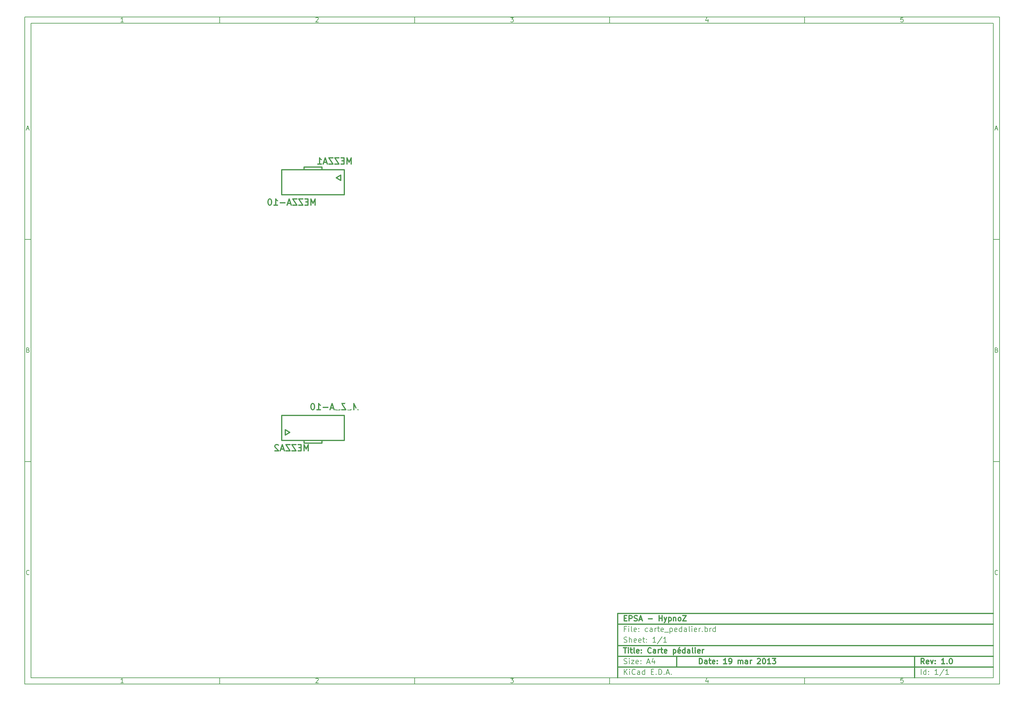
<source format=gbo>
G04 (created by PCBNEW-RS274X (2012-01-19 BZR 3256)-stable) date 19/03/2013 14:37:20*
G01*
G70*
G90*
%MOIN*%
G04 Gerber Fmt 3.4, Leading zero omitted, Abs format*
%FSLAX34Y34*%
G04 APERTURE LIST*
%ADD10C,0.006000*%
%ADD11C,0.012000*%
%ADD12C,0.014000*%
%ADD13C,0.235000*%
%ADD14R,0.105000X0.105000*%
%ADD15C,0.105000*%
%ADD16C,0.095000*%
%ADD17R,0.095000X0.095000*%
%ADD18C,0.090000*%
%ADD19R,0.110000X0.082000*%
%ADD20O,0.110000X0.082000*%
%ADD21C,0.270000*%
G04 APERTURE END LIST*
G54D10*
X04000Y-04000D02*
X113000Y-04000D01*
X113000Y-78670D01*
X04000Y-78670D01*
X04000Y-04000D01*
X04700Y-04700D02*
X112300Y-04700D01*
X112300Y-77970D01*
X04700Y-77970D01*
X04700Y-04700D01*
X25800Y-04000D02*
X25800Y-04700D01*
X15043Y-04552D02*
X14757Y-04552D01*
X14900Y-04552D02*
X14900Y-04052D01*
X14852Y-04124D01*
X14805Y-04171D01*
X14757Y-04195D01*
X25800Y-78670D02*
X25800Y-77970D01*
X15043Y-78522D02*
X14757Y-78522D01*
X14900Y-78522D02*
X14900Y-78022D01*
X14852Y-78094D01*
X14805Y-78141D01*
X14757Y-78165D01*
X47600Y-04000D02*
X47600Y-04700D01*
X36557Y-04100D02*
X36581Y-04076D01*
X36629Y-04052D01*
X36748Y-04052D01*
X36795Y-04076D01*
X36819Y-04100D01*
X36843Y-04148D01*
X36843Y-04195D01*
X36819Y-04267D01*
X36533Y-04552D01*
X36843Y-04552D01*
X47600Y-78670D02*
X47600Y-77970D01*
X36557Y-78070D02*
X36581Y-78046D01*
X36629Y-78022D01*
X36748Y-78022D01*
X36795Y-78046D01*
X36819Y-78070D01*
X36843Y-78118D01*
X36843Y-78165D01*
X36819Y-78237D01*
X36533Y-78522D01*
X36843Y-78522D01*
X69400Y-04000D02*
X69400Y-04700D01*
X58333Y-04052D02*
X58643Y-04052D01*
X58476Y-04243D01*
X58548Y-04243D01*
X58595Y-04267D01*
X58619Y-04290D01*
X58643Y-04338D01*
X58643Y-04457D01*
X58619Y-04505D01*
X58595Y-04529D01*
X58548Y-04552D01*
X58405Y-04552D01*
X58357Y-04529D01*
X58333Y-04505D01*
X69400Y-78670D02*
X69400Y-77970D01*
X58333Y-78022D02*
X58643Y-78022D01*
X58476Y-78213D01*
X58548Y-78213D01*
X58595Y-78237D01*
X58619Y-78260D01*
X58643Y-78308D01*
X58643Y-78427D01*
X58619Y-78475D01*
X58595Y-78499D01*
X58548Y-78522D01*
X58405Y-78522D01*
X58357Y-78499D01*
X58333Y-78475D01*
X91200Y-04000D02*
X91200Y-04700D01*
X80395Y-04219D02*
X80395Y-04552D01*
X80276Y-04029D02*
X80157Y-04386D01*
X80467Y-04386D01*
X91200Y-78670D02*
X91200Y-77970D01*
X80395Y-78189D02*
X80395Y-78522D01*
X80276Y-77999D02*
X80157Y-78356D01*
X80467Y-78356D01*
X102219Y-04052D02*
X101981Y-04052D01*
X101957Y-04290D01*
X101981Y-04267D01*
X102029Y-04243D01*
X102148Y-04243D01*
X102195Y-04267D01*
X102219Y-04290D01*
X102243Y-04338D01*
X102243Y-04457D01*
X102219Y-04505D01*
X102195Y-04529D01*
X102148Y-04552D01*
X102029Y-04552D01*
X101981Y-04529D01*
X101957Y-04505D01*
X102219Y-78022D02*
X101981Y-78022D01*
X101957Y-78260D01*
X101981Y-78237D01*
X102029Y-78213D01*
X102148Y-78213D01*
X102195Y-78237D01*
X102219Y-78260D01*
X102243Y-78308D01*
X102243Y-78427D01*
X102219Y-78475D01*
X102195Y-78499D01*
X102148Y-78522D01*
X102029Y-78522D01*
X101981Y-78499D01*
X101957Y-78475D01*
X04000Y-28890D02*
X04700Y-28890D01*
X04231Y-16510D02*
X04469Y-16510D01*
X04184Y-16652D02*
X04350Y-16152D01*
X04517Y-16652D01*
X113000Y-28890D02*
X112300Y-28890D01*
X112531Y-16510D02*
X112769Y-16510D01*
X112484Y-16652D02*
X112650Y-16152D01*
X112817Y-16652D01*
X04000Y-53780D02*
X04700Y-53780D01*
X04386Y-41280D02*
X04457Y-41304D01*
X04481Y-41328D01*
X04505Y-41376D01*
X04505Y-41447D01*
X04481Y-41495D01*
X04457Y-41519D01*
X04410Y-41542D01*
X04219Y-41542D01*
X04219Y-41042D01*
X04386Y-41042D01*
X04433Y-41066D01*
X04457Y-41090D01*
X04481Y-41138D01*
X04481Y-41185D01*
X04457Y-41233D01*
X04433Y-41257D01*
X04386Y-41280D01*
X04219Y-41280D01*
X113000Y-53780D02*
X112300Y-53780D01*
X112686Y-41280D02*
X112757Y-41304D01*
X112781Y-41328D01*
X112805Y-41376D01*
X112805Y-41447D01*
X112781Y-41495D01*
X112757Y-41519D01*
X112710Y-41542D01*
X112519Y-41542D01*
X112519Y-41042D01*
X112686Y-41042D01*
X112733Y-41066D01*
X112757Y-41090D01*
X112781Y-41138D01*
X112781Y-41185D01*
X112757Y-41233D01*
X112733Y-41257D01*
X112686Y-41280D01*
X112519Y-41280D01*
X04505Y-66385D02*
X04481Y-66409D01*
X04410Y-66432D01*
X04362Y-66432D01*
X04290Y-66409D01*
X04243Y-66361D01*
X04219Y-66313D01*
X04195Y-66218D01*
X04195Y-66147D01*
X04219Y-66051D01*
X04243Y-66004D01*
X04290Y-65956D01*
X04362Y-65932D01*
X04410Y-65932D01*
X04481Y-65956D01*
X04505Y-65980D01*
X112805Y-66385D02*
X112781Y-66409D01*
X112710Y-66432D01*
X112662Y-66432D01*
X112590Y-66409D01*
X112543Y-66361D01*
X112519Y-66313D01*
X112495Y-66218D01*
X112495Y-66147D01*
X112519Y-66051D01*
X112543Y-66004D01*
X112590Y-65956D01*
X112662Y-65932D01*
X112710Y-65932D01*
X112781Y-65956D01*
X112805Y-65980D01*
G54D11*
X79443Y-76413D02*
X79443Y-75813D01*
X79586Y-75813D01*
X79671Y-75841D01*
X79729Y-75899D01*
X79757Y-75956D01*
X79786Y-76070D01*
X79786Y-76156D01*
X79757Y-76270D01*
X79729Y-76327D01*
X79671Y-76384D01*
X79586Y-76413D01*
X79443Y-76413D01*
X80300Y-76413D02*
X80300Y-76099D01*
X80271Y-76041D01*
X80214Y-76013D01*
X80100Y-76013D01*
X80043Y-76041D01*
X80300Y-76384D02*
X80243Y-76413D01*
X80100Y-76413D01*
X80043Y-76384D01*
X80014Y-76327D01*
X80014Y-76270D01*
X80043Y-76213D01*
X80100Y-76184D01*
X80243Y-76184D01*
X80300Y-76156D01*
X80500Y-76013D02*
X80729Y-76013D01*
X80586Y-75813D02*
X80586Y-76327D01*
X80614Y-76384D01*
X80672Y-76413D01*
X80729Y-76413D01*
X81157Y-76384D02*
X81100Y-76413D01*
X80986Y-76413D01*
X80929Y-76384D01*
X80900Y-76327D01*
X80900Y-76099D01*
X80929Y-76041D01*
X80986Y-76013D01*
X81100Y-76013D01*
X81157Y-76041D01*
X81186Y-76099D01*
X81186Y-76156D01*
X80900Y-76213D01*
X81443Y-76356D02*
X81471Y-76384D01*
X81443Y-76413D01*
X81414Y-76384D01*
X81443Y-76356D01*
X81443Y-76413D01*
X81443Y-76041D02*
X81471Y-76070D01*
X81443Y-76099D01*
X81414Y-76070D01*
X81443Y-76041D01*
X81443Y-76099D01*
X82500Y-76413D02*
X82157Y-76413D01*
X82329Y-76413D02*
X82329Y-75813D01*
X82272Y-75899D01*
X82214Y-75956D01*
X82157Y-75984D01*
X82785Y-76413D02*
X82900Y-76413D01*
X82957Y-76384D01*
X82985Y-76356D01*
X83043Y-76270D01*
X83071Y-76156D01*
X83071Y-75927D01*
X83043Y-75870D01*
X83014Y-75841D01*
X82957Y-75813D01*
X82843Y-75813D01*
X82785Y-75841D01*
X82757Y-75870D01*
X82728Y-75927D01*
X82728Y-76070D01*
X82757Y-76127D01*
X82785Y-76156D01*
X82843Y-76184D01*
X82957Y-76184D01*
X83014Y-76156D01*
X83043Y-76127D01*
X83071Y-76070D01*
X83785Y-76413D02*
X83785Y-76013D01*
X83785Y-76070D02*
X83813Y-76041D01*
X83871Y-76013D01*
X83956Y-76013D01*
X84013Y-76041D01*
X84042Y-76099D01*
X84042Y-76413D01*
X84042Y-76099D02*
X84071Y-76041D01*
X84128Y-76013D01*
X84213Y-76013D01*
X84271Y-76041D01*
X84299Y-76099D01*
X84299Y-76413D01*
X84842Y-76413D02*
X84842Y-76099D01*
X84813Y-76041D01*
X84756Y-76013D01*
X84642Y-76013D01*
X84585Y-76041D01*
X84842Y-76384D02*
X84785Y-76413D01*
X84642Y-76413D01*
X84585Y-76384D01*
X84556Y-76327D01*
X84556Y-76270D01*
X84585Y-76213D01*
X84642Y-76184D01*
X84785Y-76184D01*
X84842Y-76156D01*
X85128Y-76413D02*
X85128Y-76013D01*
X85128Y-76127D02*
X85156Y-76070D01*
X85185Y-76041D01*
X85242Y-76013D01*
X85299Y-76013D01*
X85927Y-75870D02*
X85956Y-75841D01*
X86013Y-75813D01*
X86156Y-75813D01*
X86213Y-75841D01*
X86242Y-75870D01*
X86270Y-75927D01*
X86270Y-75984D01*
X86242Y-76070D01*
X85899Y-76413D01*
X86270Y-76413D01*
X86641Y-75813D02*
X86698Y-75813D01*
X86755Y-75841D01*
X86784Y-75870D01*
X86813Y-75927D01*
X86841Y-76041D01*
X86841Y-76184D01*
X86813Y-76299D01*
X86784Y-76356D01*
X86755Y-76384D01*
X86698Y-76413D01*
X86641Y-76413D01*
X86584Y-76384D01*
X86555Y-76356D01*
X86527Y-76299D01*
X86498Y-76184D01*
X86498Y-76041D01*
X86527Y-75927D01*
X86555Y-75870D01*
X86584Y-75841D01*
X86641Y-75813D01*
X87412Y-76413D02*
X87069Y-76413D01*
X87241Y-76413D02*
X87241Y-75813D01*
X87184Y-75899D01*
X87126Y-75956D01*
X87069Y-75984D01*
X87612Y-75813D02*
X87983Y-75813D01*
X87783Y-76041D01*
X87869Y-76041D01*
X87926Y-76070D01*
X87955Y-76099D01*
X87983Y-76156D01*
X87983Y-76299D01*
X87955Y-76356D01*
X87926Y-76384D01*
X87869Y-76413D01*
X87697Y-76413D01*
X87640Y-76384D01*
X87612Y-76356D01*
G54D10*
X71043Y-77613D02*
X71043Y-77013D01*
X71386Y-77613D02*
X71129Y-77270D01*
X71386Y-77013D02*
X71043Y-77356D01*
X71643Y-77613D02*
X71643Y-77213D01*
X71643Y-77013D02*
X71614Y-77041D01*
X71643Y-77070D01*
X71671Y-77041D01*
X71643Y-77013D01*
X71643Y-77070D01*
X72272Y-77556D02*
X72243Y-77584D01*
X72157Y-77613D01*
X72100Y-77613D01*
X72015Y-77584D01*
X71957Y-77527D01*
X71929Y-77470D01*
X71900Y-77356D01*
X71900Y-77270D01*
X71929Y-77156D01*
X71957Y-77099D01*
X72015Y-77041D01*
X72100Y-77013D01*
X72157Y-77013D01*
X72243Y-77041D01*
X72272Y-77070D01*
X72786Y-77613D02*
X72786Y-77299D01*
X72757Y-77241D01*
X72700Y-77213D01*
X72586Y-77213D01*
X72529Y-77241D01*
X72786Y-77584D02*
X72729Y-77613D01*
X72586Y-77613D01*
X72529Y-77584D01*
X72500Y-77527D01*
X72500Y-77470D01*
X72529Y-77413D01*
X72586Y-77384D01*
X72729Y-77384D01*
X72786Y-77356D01*
X73329Y-77613D02*
X73329Y-77013D01*
X73329Y-77584D02*
X73272Y-77613D01*
X73158Y-77613D01*
X73100Y-77584D01*
X73072Y-77556D01*
X73043Y-77499D01*
X73043Y-77327D01*
X73072Y-77270D01*
X73100Y-77241D01*
X73158Y-77213D01*
X73272Y-77213D01*
X73329Y-77241D01*
X74072Y-77299D02*
X74272Y-77299D01*
X74358Y-77613D02*
X74072Y-77613D01*
X74072Y-77013D01*
X74358Y-77013D01*
X74615Y-77556D02*
X74643Y-77584D01*
X74615Y-77613D01*
X74586Y-77584D01*
X74615Y-77556D01*
X74615Y-77613D01*
X74901Y-77613D02*
X74901Y-77013D01*
X75044Y-77013D01*
X75129Y-77041D01*
X75187Y-77099D01*
X75215Y-77156D01*
X75244Y-77270D01*
X75244Y-77356D01*
X75215Y-77470D01*
X75187Y-77527D01*
X75129Y-77584D01*
X75044Y-77613D01*
X74901Y-77613D01*
X75501Y-77556D02*
X75529Y-77584D01*
X75501Y-77613D01*
X75472Y-77584D01*
X75501Y-77556D01*
X75501Y-77613D01*
X75758Y-77441D02*
X76044Y-77441D01*
X75701Y-77613D02*
X75901Y-77013D01*
X76101Y-77613D01*
X76301Y-77556D02*
X76329Y-77584D01*
X76301Y-77613D01*
X76272Y-77584D01*
X76301Y-77556D01*
X76301Y-77613D01*
G54D11*
X104586Y-76413D02*
X104386Y-76127D01*
X104243Y-76413D02*
X104243Y-75813D01*
X104471Y-75813D01*
X104529Y-75841D01*
X104557Y-75870D01*
X104586Y-75927D01*
X104586Y-76013D01*
X104557Y-76070D01*
X104529Y-76099D01*
X104471Y-76127D01*
X104243Y-76127D01*
X105071Y-76384D02*
X105014Y-76413D01*
X104900Y-76413D01*
X104843Y-76384D01*
X104814Y-76327D01*
X104814Y-76099D01*
X104843Y-76041D01*
X104900Y-76013D01*
X105014Y-76013D01*
X105071Y-76041D01*
X105100Y-76099D01*
X105100Y-76156D01*
X104814Y-76213D01*
X105300Y-76013D02*
X105443Y-76413D01*
X105585Y-76013D01*
X105814Y-76356D02*
X105842Y-76384D01*
X105814Y-76413D01*
X105785Y-76384D01*
X105814Y-76356D01*
X105814Y-76413D01*
X105814Y-76041D02*
X105842Y-76070D01*
X105814Y-76099D01*
X105785Y-76070D01*
X105814Y-76041D01*
X105814Y-76099D01*
X106871Y-76413D02*
X106528Y-76413D01*
X106700Y-76413D02*
X106700Y-75813D01*
X106643Y-75899D01*
X106585Y-75956D01*
X106528Y-75984D01*
X107128Y-76356D02*
X107156Y-76384D01*
X107128Y-76413D01*
X107099Y-76384D01*
X107128Y-76356D01*
X107128Y-76413D01*
X107528Y-75813D02*
X107585Y-75813D01*
X107642Y-75841D01*
X107671Y-75870D01*
X107700Y-75927D01*
X107728Y-76041D01*
X107728Y-76184D01*
X107700Y-76299D01*
X107671Y-76356D01*
X107642Y-76384D01*
X107585Y-76413D01*
X107528Y-76413D01*
X107471Y-76384D01*
X107442Y-76356D01*
X107414Y-76299D01*
X107385Y-76184D01*
X107385Y-76041D01*
X107414Y-75927D01*
X107442Y-75870D01*
X107471Y-75841D01*
X107528Y-75813D01*
G54D10*
X71014Y-76384D02*
X71100Y-76413D01*
X71243Y-76413D01*
X71300Y-76384D01*
X71329Y-76356D01*
X71357Y-76299D01*
X71357Y-76241D01*
X71329Y-76184D01*
X71300Y-76156D01*
X71243Y-76127D01*
X71129Y-76099D01*
X71071Y-76070D01*
X71043Y-76041D01*
X71014Y-75984D01*
X71014Y-75927D01*
X71043Y-75870D01*
X71071Y-75841D01*
X71129Y-75813D01*
X71271Y-75813D01*
X71357Y-75841D01*
X71614Y-76413D02*
X71614Y-76013D01*
X71614Y-75813D02*
X71585Y-75841D01*
X71614Y-75870D01*
X71642Y-75841D01*
X71614Y-75813D01*
X71614Y-75870D01*
X71843Y-76013D02*
X72157Y-76013D01*
X71843Y-76413D01*
X72157Y-76413D01*
X72614Y-76384D02*
X72557Y-76413D01*
X72443Y-76413D01*
X72386Y-76384D01*
X72357Y-76327D01*
X72357Y-76099D01*
X72386Y-76041D01*
X72443Y-76013D01*
X72557Y-76013D01*
X72614Y-76041D01*
X72643Y-76099D01*
X72643Y-76156D01*
X72357Y-76213D01*
X72900Y-76356D02*
X72928Y-76384D01*
X72900Y-76413D01*
X72871Y-76384D01*
X72900Y-76356D01*
X72900Y-76413D01*
X72900Y-76041D02*
X72928Y-76070D01*
X72900Y-76099D01*
X72871Y-76070D01*
X72900Y-76041D01*
X72900Y-76099D01*
X73614Y-76241D02*
X73900Y-76241D01*
X73557Y-76413D02*
X73757Y-75813D01*
X73957Y-76413D01*
X74414Y-76013D02*
X74414Y-76413D01*
X74271Y-75784D02*
X74128Y-76213D01*
X74500Y-76213D01*
X104243Y-77613D02*
X104243Y-77013D01*
X104786Y-77613D02*
X104786Y-77013D01*
X104786Y-77584D02*
X104729Y-77613D01*
X104615Y-77613D01*
X104557Y-77584D01*
X104529Y-77556D01*
X104500Y-77499D01*
X104500Y-77327D01*
X104529Y-77270D01*
X104557Y-77241D01*
X104615Y-77213D01*
X104729Y-77213D01*
X104786Y-77241D01*
X105072Y-77556D02*
X105100Y-77584D01*
X105072Y-77613D01*
X105043Y-77584D01*
X105072Y-77556D01*
X105072Y-77613D01*
X105072Y-77241D02*
X105100Y-77270D01*
X105072Y-77299D01*
X105043Y-77270D01*
X105072Y-77241D01*
X105072Y-77299D01*
X106129Y-77613D02*
X105786Y-77613D01*
X105958Y-77613D02*
X105958Y-77013D01*
X105901Y-77099D01*
X105843Y-77156D01*
X105786Y-77184D01*
X106814Y-76984D02*
X106300Y-77756D01*
X107329Y-77613D02*
X106986Y-77613D01*
X107158Y-77613D02*
X107158Y-77013D01*
X107101Y-77099D01*
X107043Y-77156D01*
X106986Y-77184D01*
G54D11*
X70957Y-74613D02*
X71300Y-74613D01*
X71129Y-75213D02*
X71129Y-74613D01*
X71500Y-75213D02*
X71500Y-74813D01*
X71500Y-74613D02*
X71471Y-74641D01*
X71500Y-74670D01*
X71528Y-74641D01*
X71500Y-74613D01*
X71500Y-74670D01*
X71700Y-74813D02*
X71929Y-74813D01*
X71786Y-74613D02*
X71786Y-75127D01*
X71814Y-75184D01*
X71872Y-75213D01*
X71929Y-75213D01*
X72215Y-75213D02*
X72157Y-75184D01*
X72129Y-75127D01*
X72129Y-74613D01*
X72671Y-75184D02*
X72614Y-75213D01*
X72500Y-75213D01*
X72443Y-75184D01*
X72414Y-75127D01*
X72414Y-74899D01*
X72443Y-74841D01*
X72500Y-74813D01*
X72614Y-74813D01*
X72671Y-74841D01*
X72700Y-74899D01*
X72700Y-74956D01*
X72414Y-75013D01*
X72957Y-75156D02*
X72985Y-75184D01*
X72957Y-75213D01*
X72928Y-75184D01*
X72957Y-75156D01*
X72957Y-75213D01*
X72957Y-74841D02*
X72985Y-74870D01*
X72957Y-74899D01*
X72928Y-74870D01*
X72957Y-74841D01*
X72957Y-74899D01*
X74043Y-75156D02*
X74014Y-75184D01*
X73928Y-75213D01*
X73871Y-75213D01*
X73786Y-75184D01*
X73728Y-75127D01*
X73700Y-75070D01*
X73671Y-74956D01*
X73671Y-74870D01*
X73700Y-74756D01*
X73728Y-74699D01*
X73786Y-74641D01*
X73871Y-74613D01*
X73928Y-74613D01*
X74014Y-74641D01*
X74043Y-74670D01*
X74557Y-75213D02*
X74557Y-74899D01*
X74528Y-74841D01*
X74471Y-74813D01*
X74357Y-74813D01*
X74300Y-74841D01*
X74557Y-75184D02*
X74500Y-75213D01*
X74357Y-75213D01*
X74300Y-75184D01*
X74271Y-75127D01*
X74271Y-75070D01*
X74300Y-75013D01*
X74357Y-74984D01*
X74500Y-74984D01*
X74557Y-74956D01*
X74843Y-75213D02*
X74843Y-74813D01*
X74843Y-74927D02*
X74871Y-74870D01*
X74900Y-74841D01*
X74957Y-74813D01*
X75014Y-74813D01*
X75128Y-74813D02*
X75357Y-74813D01*
X75214Y-74613D02*
X75214Y-75127D01*
X75242Y-75184D01*
X75300Y-75213D01*
X75357Y-75213D01*
X75785Y-75184D02*
X75728Y-75213D01*
X75614Y-75213D01*
X75557Y-75184D01*
X75528Y-75127D01*
X75528Y-74899D01*
X75557Y-74841D01*
X75614Y-74813D01*
X75728Y-74813D01*
X75785Y-74841D01*
X75814Y-74899D01*
X75814Y-74956D01*
X75528Y-75013D01*
X76528Y-74813D02*
X76528Y-75413D01*
X76528Y-74841D02*
X76585Y-74813D01*
X76699Y-74813D01*
X76756Y-74841D01*
X76785Y-74870D01*
X76814Y-74927D01*
X76814Y-75099D01*
X76785Y-75156D01*
X76756Y-75184D01*
X76699Y-75213D01*
X76585Y-75213D01*
X76528Y-75184D01*
X77299Y-75184D02*
X77242Y-75213D01*
X77128Y-75213D01*
X77071Y-75184D01*
X77042Y-75127D01*
X77042Y-74899D01*
X77071Y-74841D01*
X77128Y-74813D01*
X77242Y-74813D01*
X77299Y-74841D01*
X77328Y-74899D01*
X77328Y-74956D01*
X77042Y-75013D01*
X77242Y-74584D02*
X77157Y-74670D01*
X77842Y-75213D02*
X77842Y-74613D01*
X77842Y-75184D02*
X77785Y-75213D01*
X77671Y-75213D01*
X77613Y-75184D01*
X77585Y-75156D01*
X77556Y-75099D01*
X77556Y-74927D01*
X77585Y-74870D01*
X77613Y-74841D01*
X77671Y-74813D01*
X77785Y-74813D01*
X77842Y-74841D01*
X78385Y-75213D02*
X78385Y-74899D01*
X78356Y-74841D01*
X78299Y-74813D01*
X78185Y-74813D01*
X78128Y-74841D01*
X78385Y-75184D02*
X78328Y-75213D01*
X78185Y-75213D01*
X78128Y-75184D01*
X78099Y-75127D01*
X78099Y-75070D01*
X78128Y-75013D01*
X78185Y-74984D01*
X78328Y-74984D01*
X78385Y-74956D01*
X78757Y-75213D02*
X78699Y-75184D01*
X78671Y-75127D01*
X78671Y-74613D01*
X78985Y-75213D02*
X78985Y-74813D01*
X78985Y-74613D02*
X78956Y-74641D01*
X78985Y-74670D01*
X79013Y-74641D01*
X78985Y-74613D01*
X78985Y-74670D01*
X79499Y-75184D02*
X79442Y-75213D01*
X79328Y-75213D01*
X79271Y-75184D01*
X79242Y-75127D01*
X79242Y-74899D01*
X79271Y-74841D01*
X79328Y-74813D01*
X79442Y-74813D01*
X79499Y-74841D01*
X79528Y-74899D01*
X79528Y-74956D01*
X79242Y-75013D01*
X79785Y-75213D02*
X79785Y-74813D01*
X79785Y-74927D02*
X79813Y-74870D01*
X79842Y-74841D01*
X79899Y-74813D01*
X79956Y-74813D01*
G54D10*
X71243Y-72499D02*
X71043Y-72499D01*
X71043Y-72813D02*
X71043Y-72213D01*
X71329Y-72213D01*
X71557Y-72813D02*
X71557Y-72413D01*
X71557Y-72213D02*
X71528Y-72241D01*
X71557Y-72270D01*
X71585Y-72241D01*
X71557Y-72213D01*
X71557Y-72270D01*
X71929Y-72813D02*
X71871Y-72784D01*
X71843Y-72727D01*
X71843Y-72213D01*
X72385Y-72784D02*
X72328Y-72813D01*
X72214Y-72813D01*
X72157Y-72784D01*
X72128Y-72727D01*
X72128Y-72499D01*
X72157Y-72441D01*
X72214Y-72413D01*
X72328Y-72413D01*
X72385Y-72441D01*
X72414Y-72499D01*
X72414Y-72556D01*
X72128Y-72613D01*
X72671Y-72756D02*
X72699Y-72784D01*
X72671Y-72813D01*
X72642Y-72784D01*
X72671Y-72756D01*
X72671Y-72813D01*
X72671Y-72441D02*
X72699Y-72470D01*
X72671Y-72499D01*
X72642Y-72470D01*
X72671Y-72441D01*
X72671Y-72499D01*
X73671Y-72784D02*
X73614Y-72813D01*
X73500Y-72813D01*
X73442Y-72784D01*
X73414Y-72756D01*
X73385Y-72699D01*
X73385Y-72527D01*
X73414Y-72470D01*
X73442Y-72441D01*
X73500Y-72413D01*
X73614Y-72413D01*
X73671Y-72441D01*
X74185Y-72813D02*
X74185Y-72499D01*
X74156Y-72441D01*
X74099Y-72413D01*
X73985Y-72413D01*
X73928Y-72441D01*
X74185Y-72784D02*
X74128Y-72813D01*
X73985Y-72813D01*
X73928Y-72784D01*
X73899Y-72727D01*
X73899Y-72670D01*
X73928Y-72613D01*
X73985Y-72584D01*
X74128Y-72584D01*
X74185Y-72556D01*
X74471Y-72813D02*
X74471Y-72413D01*
X74471Y-72527D02*
X74499Y-72470D01*
X74528Y-72441D01*
X74585Y-72413D01*
X74642Y-72413D01*
X74756Y-72413D02*
X74985Y-72413D01*
X74842Y-72213D02*
X74842Y-72727D01*
X74870Y-72784D01*
X74928Y-72813D01*
X74985Y-72813D01*
X75413Y-72784D02*
X75356Y-72813D01*
X75242Y-72813D01*
X75185Y-72784D01*
X75156Y-72727D01*
X75156Y-72499D01*
X75185Y-72441D01*
X75242Y-72413D01*
X75356Y-72413D01*
X75413Y-72441D01*
X75442Y-72499D01*
X75442Y-72556D01*
X75156Y-72613D01*
X75556Y-72870D02*
X76013Y-72870D01*
X76156Y-72413D02*
X76156Y-73013D01*
X76156Y-72441D02*
X76213Y-72413D01*
X76327Y-72413D01*
X76384Y-72441D01*
X76413Y-72470D01*
X76442Y-72527D01*
X76442Y-72699D01*
X76413Y-72756D01*
X76384Y-72784D01*
X76327Y-72813D01*
X76213Y-72813D01*
X76156Y-72784D01*
X76927Y-72784D02*
X76870Y-72813D01*
X76756Y-72813D01*
X76699Y-72784D01*
X76670Y-72727D01*
X76670Y-72499D01*
X76699Y-72441D01*
X76756Y-72413D01*
X76870Y-72413D01*
X76927Y-72441D01*
X76956Y-72499D01*
X76956Y-72556D01*
X76670Y-72613D01*
X77470Y-72813D02*
X77470Y-72213D01*
X77470Y-72784D02*
X77413Y-72813D01*
X77299Y-72813D01*
X77241Y-72784D01*
X77213Y-72756D01*
X77184Y-72699D01*
X77184Y-72527D01*
X77213Y-72470D01*
X77241Y-72441D01*
X77299Y-72413D01*
X77413Y-72413D01*
X77470Y-72441D01*
X78013Y-72813D02*
X78013Y-72499D01*
X77984Y-72441D01*
X77927Y-72413D01*
X77813Y-72413D01*
X77756Y-72441D01*
X78013Y-72784D02*
X77956Y-72813D01*
X77813Y-72813D01*
X77756Y-72784D01*
X77727Y-72727D01*
X77727Y-72670D01*
X77756Y-72613D01*
X77813Y-72584D01*
X77956Y-72584D01*
X78013Y-72556D01*
X78385Y-72813D02*
X78327Y-72784D01*
X78299Y-72727D01*
X78299Y-72213D01*
X78613Y-72813D02*
X78613Y-72413D01*
X78613Y-72213D02*
X78584Y-72241D01*
X78613Y-72270D01*
X78641Y-72241D01*
X78613Y-72213D01*
X78613Y-72270D01*
X79127Y-72784D02*
X79070Y-72813D01*
X78956Y-72813D01*
X78899Y-72784D01*
X78870Y-72727D01*
X78870Y-72499D01*
X78899Y-72441D01*
X78956Y-72413D01*
X79070Y-72413D01*
X79127Y-72441D01*
X79156Y-72499D01*
X79156Y-72556D01*
X78870Y-72613D01*
X79413Y-72813D02*
X79413Y-72413D01*
X79413Y-72527D02*
X79441Y-72470D01*
X79470Y-72441D01*
X79527Y-72413D01*
X79584Y-72413D01*
X79784Y-72756D02*
X79812Y-72784D01*
X79784Y-72813D01*
X79755Y-72784D01*
X79784Y-72756D01*
X79784Y-72813D01*
X80070Y-72813D02*
X80070Y-72213D01*
X80070Y-72441D02*
X80127Y-72413D01*
X80241Y-72413D01*
X80298Y-72441D01*
X80327Y-72470D01*
X80356Y-72527D01*
X80356Y-72699D01*
X80327Y-72756D01*
X80298Y-72784D01*
X80241Y-72813D01*
X80127Y-72813D01*
X80070Y-72784D01*
X80613Y-72813D02*
X80613Y-72413D01*
X80613Y-72527D02*
X80641Y-72470D01*
X80670Y-72441D01*
X80727Y-72413D01*
X80784Y-72413D01*
X81241Y-72813D02*
X81241Y-72213D01*
X81241Y-72784D02*
X81184Y-72813D01*
X81070Y-72813D01*
X81012Y-72784D01*
X80984Y-72756D01*
X80955Y-72699D01*
X80955Y-72527D01*
X80984Y-72470D01*
X81012Y-72441D01*
X81070Y-72413D01*
X81184Y-72413D01*
X81241Y-72441D01*
X71014Y-73984D02*
X71100Y-74013D01*
X71243Y-74013D01*
X71300Y-73984D01*
X71329Y-73956D01*
X71357Y-73899D01*
X71357Y-73841D01*
X71329Y-73784D01*
X71300Y-73756D01*
X71243Y-73727D01*
X71129Y-73699D01*
X71071Y-73670D01*
X71043Y-73641D01*
X71014Y-73584D01*
X71014Y-73527D01*
X71043Y-73470D01*
X71071Y-73441D01*
X71129Y-73413D01*
X71271Y-73413D01*
X71357Y-73441D01*
X71614Y-74013D02*
X71614Y-73413D01*
X71871Y-74013D02*
X71871Y-73699D01*
X71842Y-73641D01*
X71785Y-73613D01*
X71700Y-73613D01*
X71642Y-73641D01*
X71614Y-73670D01*
X72385Y-73984D02*
X72328Y-74013D01*
X72214Y-74013D01*
X72157Y-73984D01*
X72128Y-73927D01*
X72128Y-73699D01*
X72157Y-73641D01*
X72214Y-73613D01*
X72328Y-73613D01*
X72385Y-73641D01*
X72414Y-73699D01*
X72414Y-73756D01*
X72128Y-73813D01*
X72899Y-73984D02*
X72842Y-74013D01*
X72728Y-74013D01*
X72671Y-73984D01*
X72642Y-73927D01*
X72642Y-73699D01*
X72671Y-73641D01*
X72728Y-73613D01*
X72842Y-73613D01*
X72899Y-73641D01*
X72928Y-73699D01*
X72928Y-73756D01*
X72642Y-73813D01*
X73099Y-73613D02*
X73328Y-73613D01*
X73185Y-73413D02*
X73185Y-73927D01*
X73213Y-73984D01*
X73271Y-74013D01*
X73328Y-74013D01*
X73528Y-73956D02*
X73556Y-73984D01*
X73528Y-74013D01*
X73499Y-73984D01*
X73528Y-73956D01*
X73528Y-74013D01*
X73528Y-73641D02*
X73556Y-73670D01*
X73528Y-73699D01*
X73499Y-73670D01*
X73528Y-73641D01*
X73528Y-73699D01*
X74585Y-74013D02*
X74242Y-74013D01*
X74414Y-74013D02*
X74414Y-73413D01*
X74357Y-73499D01*
X74299Y-73556D01*
X74242Y-73584D01*
X75270Y-73384D02*
X74756Y-74156D01*
X75785Y-74013D02*
X75442Y-74013D01*
X75614Y-74013D02*
X75614Y-73413D01*
X75557Y-73499D01*
X75499Y-73556D01*
X75442Y-73584D01*
G54D11*
X71043Y-71299D02*
X71243Y-71299D01*
X71329Y-71613D02*
X71043Y-71613D01*
X71043Y-71013D01*
X71329Y-71013D01*
X71586Y-71613D02*
X71586Y-71013D01*
X71814Y-71013D01*
X71872Y-71041D01*
X71900Y-71070D01*
X71929Y-71127D01*
X71929Y-71213D01*
X71900Y-71270D01*
X71872Y-71299D01*
X71814Y-71327D01*
X71586Y-71327D01*
X72157Y-71584D02*
X72243Y-71613D01*
X72386Y-71613D01*
X72443Y-71584D01*
X72472Y-71556D01*
X72500Y-71499D01*
X72500Y-71441D01*
X72472Y-71384D01*
X72443Y-71356D01*
X72386Y-71327D01*
X72272Y-71299D01*
X72214Y-71270D01*
X72186Y-71241D01*
X72157Y-71184D01*
X72157Y-71127D01*
X72186Y-71070D01*
X72214Y-71041D01*
X72272Y-71013D01*
X72414Y-71013D01*
X72500Y-71041D01*
X72728Y-71441D02*
X73014Y-71441D01*
X72671Y-71613D02*
X72871Y-71013D01*
X73071Y-71613D01*
X73728Y-71384D02*
X74185Y-71384D01*
X74928Y-71613D02*
X74928Y-71013D01*
X74928Y-71299D02*
X75271Y-71299D01*
X75271Y-71613D02*
X75271Y-71013D01*
X75500Y-71213D02*
X75643Y-71613D01*
X75785Y-71213D02*
X75643Y-71613D01*
X75585Y-71756D01*
X75557Y-71784D01*
X75500Y-71813D01*
X76014Y-71213D02*
X76014Y-71813D01*
X76014Y-71241D02*
X76071Y-71213D01*
X76185Y-71213D01*
X76242Y-71241D01*
X76271Y-71270D01*
X76300Y-71327D01*
X76300Y-71499D01*
X76271Y-71556D01*
X76242Y-71584D01*
X76185Y-71613D01*
X76071Y-71613D01*
X76014Y-71584D01*
X76557Y-71213D02*
X76557Y-71613D01*
X76557Y-71270D02*
X76585Y-71241D01*
X76643Y-71213D01*
X76728Y-71213D01*
X76785Y-71241D01*
X76814Y-71299D01*
X76814Y-71613D01*
X77186Y-71613D02*
X77128Y-71584D01*
X77100Y-71556D01*
X77071Y-71499D01*
X77071Y-71327D01*
X77100Y-71270D01*
X77128Y-71241D01*
X77186Y-71213D01*
X77271Y-71213D01*
X77328Y-71241D01*
X77357Y-71270D01*
X77386Y-71327D01*
X77386Y-71499D01*
X77357Y-71556D01*
X77328Y-71584D01*
X77271Y-71613D01*
X77186Y-71613D01*
X77586Y-71013D02*
X77986Y-71013D01*
X77586Y-71613D01*
X77986Y-71613D01*
X70300Y-70770D02*
X70300Y-77970D01*
X70300Y-71970D02*
X112300Y-71970D01*
X70300Y-70770D02*
X112300Y-70770D01*
X70300Y-74370D02*
X112300Y-74370D01*
X103500Y-75570D02*
X103500Y-77970D01*
X70300Y-76770D02*
X112300Y-76770D01*
X70300Y-75570D02*
X112300Y-75570D01*
X76900Y-75570D02*
X76900Y-76770D01*
G54D12*
X35250Y-51400D02*
X37250Y-51400D01*
X35250Y-51700D02*
X37250Y-51700D01*
X32750Y-51400D02*
X32750Y-48600D01*
X39750Y-51400D02*
X39750Y-48600D01*
X35250Y-51700D02*
X35250Y-51400D01*
X35250Y-51400D02*
X32750Y-51400D01*
X32750Y-48600D02*
X39750Y-48600D01*
X39750Y-51400D02*
X37250Y-51400D01*
X37250Y-51400D02*
X37250Y-51700D01*
X33650Y-50500D02*
X33150Y-50200D01*
X33150Y-50200D02*
X33150Y-50800D01*
X33150Y-50800D02*
X33650Y-50500D01*
X37250Y-21100D02*
X35250Y-21100D01*
X37250Y-20800D02*
X35250Y-20800D01*
X39750Y-21100D02*
X39750Y-23900D01*
X32750Y-21100D02*
X32750Y-23900D01*
X37250Y-20800D02*
X37250Y-21100D01*
X37250Y-21100D02*
X39750Y-21100D01*
X39750Y-23900D02*
X32750Y-23900D01*
X32750Y-21100D02*
X35250Y-21100D01*
X35250Y-21100D02*
X35250Y-20800D01*
X38850Y-22000D02*
X39350Y-22300D01*
X39350Y-22300D02*
X39350Y-21700D01*
X39350Y-21700D02*
X38850Y-22000D01*
G54D11*
X35700Y-52583D02*
X35700Y-51883D01*
X35467Y-52383D01*
X35234Y-51883D01*
X35234Y-52583D01*
X34900Y-52217D02*
X34667Y-52217D01*
X34567Y-52583D02*
X34900Y-52583D01*
X34900Y-51883D01*
X34567Y-51883D01*
X34334Y-51883D02*
X33867Y-51883D01*
X34334Y-52583D01*
X33867Y-52583D01*
X33667Y-51883D02*
X33200Y-51883D01*
X33667Y-52583D01*
X33200Y-52583D01*
X32967Y-52383D02*
X32633Y-52383D01*
X33033Y-52583D02*
X32800Y-51883D01*
X32567Y-52583D01*
X32367Y-51950D02*
X32333Y-51917D01*
X32267Y-51883D01*
X32100Y-51883D01*
X32033Y-51917D01*
X32000Y-51950D01*
X31967Y-52017D01*
X31967Y-52083D01*
X32000Y-52183D01*
X32400Y-52583D01*
X31967Y-52583D01*
X41267Y-47983D02*
X41267Y-47283D01*
X41034Y-47783D01*
X40801Y-47283D01*
X40801Y-47983D01*
X40467Y-47617D02*
X40234Y-47617D01*
X40134Y-47983D02*
X40467Y-47983D01*
X40467Y-47283D01*
X40134Y-47283D01*
X39901Y-47283D02*
X39434Y-47283D01*
X39901Y-47983D01*
X39434Y-47983D01*
X39234Y-47283D02*
X38767Y-47283D01*
X39234Y-47983D01*
X38767Y-47983D01*
X38534Y-47783D02*
X38200Y-47783D01*
X38600Y-47983D02*
X38367Y-47283D01*
X38134Y-47983D01*
X37900Y-47717D02*
X37367Y-47717D01*
X36667Y-47983D02*
X37067Y-47983D01*
X36867Y-47983D02*
X36867Y-47283D01*
X36933Y-47383D01*
X37000Y-47450D01*
X37067Y-47483D01*
X36233Y-47283D02*
X36166Y-47283D01*
X36100Y-47317D01*
X36066Y-47350D01*
X36033Y-47417D01*
X36000Y-47550D01*
X36000Y-47717D01*
X36033Y-47850D01*
X36066Y-47917D01*
X36100Y-47950D01*
X36166Y-47983D01*
X36233Y-47983D01*
X36300Y-47950D01*
X36333Y-47917D01*
X36366Y-47850D01*
X36400Y-47717D01*
X36400Y-47550D01*
X36366Y-47417D01*
X36333Y-47350D01*
X36300Y-47317D01*
X36233Y-47283D01*
X40500Y-20483D02*
X40500Y-19783D01*
X40267Y-20283D01*
X40034Y-19783D01*
X40034Y-20483D01*
X39700Y-20117D02*
X39467Y-20117D01*
X39367Y-20483D02*
X39700Y-20483D01*
X39700Y-19783D01*
X39367Y-19783D01*
X39134Y-19783D02*
X38667Y-19783D01*
X39134Y-20483D01*
X38667Y-20483D01*
X38467Y-19783D02*
X38000Y-19783D01*
X38467Y-20483D01*
X38000Y-20483D01*
X37767Y-20283D02*
X37433Y-20283D01*
X37833Y-20483D02*
X37600Y-19783D01*
X37367Y-20483D01*
X36767Y-20483D02*
X37167Y-20483D01*
X36967Y-20483D02*
X36967Y-19783D01*
X37033Y-19883D01*
X37100Y-19950D01*
X37167Y-19983D01*
X36467Y-25083D02*
X36467Y-24383D01*
X36234Y-24883D01*
X36001Y-24383D01*
X36001Y-25083D01*
X35667Y-24717D02*
X35434Y-24717D01*
X35334Y-25083D02*
X35667Y-25083D01*
X35667Y-24383D01*
X35334Y-24383D01*
X35101Y-24383D02*
X34634Y-24383D01*
X35101Y-25083D01*
X34634Y-25083D01*
X34434Y-24383D02*
X33967Y-24383D01*
X34434Y-25083D01*
X33967Y-25083D01*
X33734Y-24883D02*
X33400Y-24883D01*
X33800Y-25083D02*
X33567Y-24383D01*
X33334Y-25083D01*
X33100Y-24817D02*
X32567Y-24817D01*
X31867Y-25083D02*
X32267Y-25083D01*
X32067Y-25083D02*
X32067Y-24383D01*
X32133Y-24483D01*
X32200Y-24550D01*
X32267Y-24583D01*
X31433Y-24383D02*
X31366Y-24383D01*
X31300Y-24417D01*
X31266Y-24450D01*
X31233Y-24517D01*
X31200Y-24650D01*
X31200Y-24817D01*
X31233Y-24950D01*
X31266Y-25017D01*
X31300Y-25050D01*
X31366Y-25083D01*
X31433Y-25083D01*
X31500Y-25050D01*
X31533Y-25017D01*
X31566Y-24950D01*
X31600Y-24817D01*
X31600Y-24650D01*
X31566Y-24517D01*
X31533Y-24450D01*
X31500Y-24417D01*
X31433Y-24383D01*
%LPC*%
G54D13*
X30750Y-50000D03*
X41750Y-50000D03*
G54D14*
X34250Y-50500D03*
G54D15*
X34250Y-49500D03*
X35250Y-50500D03*
X35250Y-49500D03*
X36250Y-50500D03*
X36250Y-49500D03*
X37250Y-50500D03*
X37250Y-49500D03*
X38250Y-50500D03*
X38250Y-49500D03*
G54D13*
X41750Y-22500D03*
X30750Y-22500D03*
G54D14*
X38250Y-22000D03*
G54D15*
X38250Y-23000D03*
X37250Y-22000D03*
X37250Y-23000D03*
X36250Y-22000D03*
X36250Y-23000D03*
X35250Y-22000D03*
X35250Y-23000D03*
X34250Y-22000D03*
X34250Y-23000D03*
G54D16*
X37250Y-42500D03*
X38250Y-42500D03*
X30000Y-29750D03*
X30000Y-28750D03*
G54D17*
X37250Y-44250D03*
G54D16*
X38250Y-44250D03*
G54D17*
X32250Y-29750D03*
G54D16*
X32250Y-28750D03*
X32250Y-38750D03*
X32250Y-36750D03*
X48750Y-37750D03*
G54D17*
X44750Y-37750D03*
G54D16*
X48750Y-45750D03*
G54D17*
X44750Y-45750D03*
G54D16*
X48750Y-39000D03*
G54D17*
X44750Y-39000D03*
G54D16*
X48750Y-44500D03*
G54D17*
X44750Y-44500D03*
X50750Y-29250D03*
G54D16*
X50750Y-28250D03*
G54D17*
X50750Y-26750D03*
G54D16*
X50750Y-25750D03*
G54D17*
X45250Y-50500D03*
G54D16*
X46250Y-50500D03*
G54D17*
X50250Y-42250D03*
G54D16*
X50250Y-41250D03*
X50750Y-31250D03*
X50750Y-32250D03*
G54D17*
X50750Y-34250D03*
G54D16*
X50750Y-33250D03*
G54D17*
X22000Y-46500D03*
G54D16*
X22000Y-45500D03*
G54D17*
X24500Y-45500D03*
G54D16*
X24500Y-46500D03*
X24500Y-41250D03*
X24500Y-44250D03*
X46500Y-47000D03*
X49500Y-47000D03*
X48000Y-26500D03*
X45000Y-26500D03*
X22000Y-41250D03*
X22000Y-44250D03*
X40250Y-36750D03*
X37250Y-36750D03*
X48750Y-43250D03*
X45750Y-43250D03*
X48750Y-40250D03*
X45750Y-40250D03*
X35000Y-36250D03*
X35000Y-39250D03*
X33500Y-36250D03*
X33500Y-39250D03*
X36250Y-34250D03*
X39250Y-34250D03*
X42250Y-39750D03*
X42250Y-36750D03*
G54D18*
X22000Y-28750D03*
X22000Y-29750D03*
X22000Y-30750D03*
X22000Y-36750D03*
X22000Y-38750D03*
X28000Y-38750D03*
X28000Y-36750D03*
X28000Y-30750D03*
X28000Y-29750D03*
G54D19*
X39250Y-41250D03*
G54D20*
X39250Y-40250D03*
X39250Y-39250D03*
X39250Y-38250D03*
X36250Y-38250D03*
X36250Y-39250D03*
X36250Y-40250D03*
X36250Y-41250D03*
G54D21*
X50000Y-22500D03*
X50250Y-50000D03*
X22500Y-50000D03*
G54D16*
X46750Y-27500D03*
X39000Y-47500D03*
X42000Y-25750D03*
X40250Y-47500D03*
X32500Y-26000D03*
X41500Y-47500D03*
X46000Y-23000D03*
M02*

</source>
